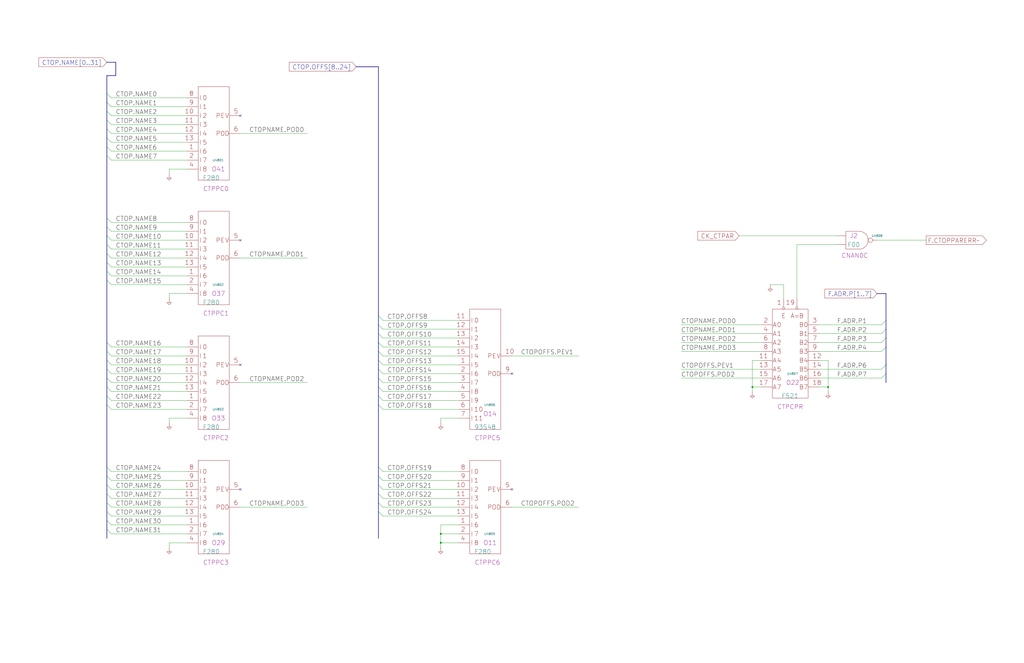
<source format=kicad_sch>
(kicad_sch (version 20211123) (generator eeschema)
  (paper "User" 584.2 378.46)
  (title_block (title "CONTROL TOP REGISTER PARITY") (date "20-MAR-90") (rev "1.0") (comment 1 "FIU") (comment 2 "232-003065") (comment 3 "S400") (comment 4 "RELEASED"))
  (lib_symbols
    (symbol "r1000:93S48" (pin_numbers hide) (pin_names (offset 1.016) hide)
      (property "Reference" "U" (at 2.54 5.08 0))
      (property "Value" "93S48" (at -6.35 -7.62 0))
      (property "Location" "___" (at -1.27 0 0))
      (property "Name" "______" (at 1.27 -15.24 0))
      (symbol "93S48_1_1"
        (rectangle (start -8.89 59.69) (end 8.89 -8.89))
        (text "0" (at -5.08 53.34 0) (effects (font (size 2.54 2.54))))
        (text "0" (at -2.54 2.54 0) (effects (font (size 2.54 2.54))))
        (text "0" (at 15.24 35.56 0) (effects (font (size 2.54 2.54))))
        (text "1" (at -15.24 35.56 0) (effects (font (size 2.54 2.54))))
        (text "1" (at -15.24 40.64 0) (effects (font (size 2.54 2.54))))
        (text "1" (at -15.24 45.72 0) (effects (font (size 2.54 2.54))))
        (text "1" (at -15.24 50.8 0) (effects (font (size 2.54 2.54))))
        (text "1" (at -15.24 55.88 0) (effects (font (size 2.54 2.54))))
        (text "1" (at -12.7 30.48 0) (effects (font (size 2.54 2.54))))
        (text "1" (at -12.7 55.88 0) (effects (font (size 2.54 2.54))))
        (text "1" (at -5.08 -2.54 0) (effects (font (size 2.54 2.54))))
        (text "1" (at -5.08 2.54 0) (effects (font (size 2.54 2.54))))
        (text "1" (at -5.08 48.26 0) (effects (font (size 2.54 2.54))))
        (text "1" (at -2.54 -2.54 0) (effects (font (size 2.54 2.54))))
        (text "1" (at 12.7 35.56 0) (effects (font (size 2.54 2.54))))
        (text "2" (at -12.7 25.4 0) (effects (font (size 2.54 2.54))))
        (text "2" (at -12.7 50.8 0) (effects (font (size 2.54 2.54))))
        (text "2" (at -5.08 43.18 0) (effects (font (size 2.54 2.54))))
        (text "3" (at -12.7 20.32 0) (effects (font (size 2.54 2.54))))
        (text "3" (at -12.7 45.72 0) (effects (font (size 2.54 2.54))))
        (text "3" (at -5.08 38.1 0) (effects (font (size 2.54 2.54))))
        (text "4" (at -12.7 15.24 0) (effects (font (size 2.54 2.54))))
        (text "4" (at -12.7 40.64 0) (effects (font (size 2.54 2.54))))
        (text "4" (at -5.08 33.02 0) (effects (font (size 2.54 2.54))))
        (text "5" (at -12.7 10.16 0) (effects (font (size 2.54 2.54))))
        (text "5" (at -12.7 35.56 0) (effects (font (size 2.54 2.54))))
        (text "5" (at -5.08 27.94 0) (effects (font (size 2.54 2.54))))
        (text "6" (at -12.7 5.08 0) (effects (font (size 2.54 2.54))))
        (text "6" (at -5.08 22.86 0) (effects (font (size 2.54 2.54))))
        (text "7" (at -12.7 0 0) (effects (font (size 2.54 2.54))))
        (text "7" (at -5.08 17.78 0) (effects (font (size 2.54 2.54))))
        (text "8" (at -5.08 12.7 0) (effects (font (size 2.54 2.54))))
        (text "9" (at -5.08 7.62 0) (effects (font (size 2.54 2.54))))
        (text "9" (at 12.7 25.4 0) (effects (font (size 2.54 2.54))))
        (text "D" (at 7.62 22.86 0) (effects (font (size 2.54 2.54))))
        (text "E" (at 5.08 33.02 0) (effects (font (size 2.54 2.54))))
        (text "I" (at -7.62 -2.54 0) (effects (font (size 2.54 2.54))))
        (text "I" (at -7.62 2.54 0) (effects (font (size 2.54 2.54))))
        (text "I" (at -7.62 7.62 0) (effects (font (size 2.54 2.54))))
        (text "I" (at -7.62 12.7 0) (effects (font (size 2.54 2.54))))
        (text "I" (at -7.62 17.78 0) (effects (font (size 2.54 2.54))))
        (text "I" (at -7.62 22.86 0) (effects (font (size 2.54 2.54))))
        (text "I" (at -7.62 27.94 0) (effects (font (size 2.54 2.54))))
        (text "I" (at -7.62 33.02 0) (effects (font (size 2.54 2.54))))
        (text "I" (at -7.62 38.1 0) (effects (font (size 2.54 2.54))))
        (text "I" (at -7.62 43.18 0) (effects (font (size 2.54 2.54))))
        (text "I" (at -7.62 48.26 0) (effects (font (size 2.54 2.54))))
        (text "I" (at -7.62 53.34 0) (effects (font (size 2.54 2.54))))
        (text "O" (at 5.08 22.86 0) (effects (font (size 2.54 2.54))))
        (text "P" (at 2.54 22.86 0) (effects (font (size 2.54 2.54))))
        (text "P" (at 2.54 33.02 0) (effects (font (size 2.54 2.54))))
        (text "V" (at 7.62 33.02 0) (effects (font (size 2.54 2.54))))
        (pin input line (at -15.24 27.94 0) (length 6.35) (name "I5") (number "1"))
        (pin output line (at 15.24 33.02 180) (length 6.35) (name "PEV") (number "10"))
        (pin input line (at -15.24 53.34 0) (length 6.35) (name "I0") (number "11"))
        (pin input line (at -15.24 48.26 0) (length 6.35) (name "I1") (number "12"))
        (pin input line (at -15.24 43.18 0) (length 6.35) (name "I2") (number "13"))
        (pin input line (at -15.24 38.1 0) (length 6.35) (name "I3") (number "14"))
        (pin input line (at -15.24 33.02 0) (length 6.35) (name "I4") (number "15"))
        (pin input line (at -15.24 22.86 0) (length 6.35) (name "I6") (number "2"))
        (pin input line (at -15.24 17.78 0) (length 6.35) (name "I7") (number "3"))
        (pin input line (at -15.24 12.7 0) (length 6.35) (name "I8") (number "4"))
        (pin input line (at -15.24 7.62 0) (length 6.35) (name "I9") (number "5"))
        (pin input line (at -15.24 2.54 0) (length 6.35) (name "I10") (number "6"))
        (pin input line (at -15.24 -2.54 0) (length 6.35) (name "I11") (number "7"))
        (pin output line (at 15.24 22.86 180) (length 6.35) (name "POD") (number "9"))
      )
    )
    (symbol "r1000:F00" (pin_numbers hide) (pin_names hide)
      (property "Reference" "U" (at 15.24 0 0))
      (property "Value" "F00" (at 1.905 -5.08 0))
      (property "Location" "___" (at 1.905 0 0))
      (property "Name" "______" (at 2.54 -12.7 0))
      (symbol "F00_0_1"
        (polyline (pts (xy -2.54 -7.62) (xy 5.08 -7.62)) (stroke (width 0.1524)))
        (polyline (pts (xy -2.54 2.54) (xy -2.54 -7.62)) (stroke (width 0.1524)))
        (polyline (pts (xy -2.54 2.54) (xy 5.08 2.54)) (stroke (width 0.1524)))
        (arc (start 5.08 -7.62) (mid 10.1282 -2.54) (end 5.08 2.54) (stroke (width 0.1524)))
        (circle (center 11.43 -2.54) (radius 1.27) (stroke (width 0.1524)))
      )
      (symbol "F00_0_2"
        (circle (center -3.81 -5.08) (radius 1.27) (stroke (width 0.1524)))
        (circle (center -3.81 0) (radius 1.27) (stroke (width 0.1524)))
        (arc (start -3.175 -7.62) (mid -2.134 -2.54) (end -3.175 2.54) (stroke (width 0.1524)))
        (polyline (pts (xy -3.175 -7.62) (xy 3.81 -7.62)) (stroke (width 0.1524)))
        (polyline (pts (xy -3.175 2.54) (xy 3.81 2.54)) (stroke (width 0.1524)))
        (arc (start 3.81 -7.62) (mid 7.5855 -5.8306) (end 10.16 -2.54) (stroke (width 0.1524)))
        (arc (start 10.16 -2.54) (mid 7.5827 0.7471) (end 3.81 2.54) (stroke (width 0.1524)))
      )
      (symbol "F00_1_1"
        (pin input line (at -7.62 0 0) (length 5.08) (name "D0") (number "1"))
        (pin input line (at -7.62 -5.08 0) (length 5.08) (name "D1") (number "2"))
        (pin output line (at 15.24 -2.54 180) (length 2.54) (name "Q") (number "3"))
      )
      (symbol "F00_1_2"
        (pin input line (at -7.62 0 0) (length 2.54) (name "D0") (number "1"))
        (pin input line (at -7.62 -5.08 0) (length 2.54) (name "D1") (number "2"))
        (pin output line (at 15.24 -2.54 180) (length 5.08) (name "Q") (number "3"))
      )
    )
    (symbol "r1000:F280" (pin_numbers hide) (pin_names (offset 1.016) hide)
      (property "Reference" "U" (at 2.54 5.08 0))
      (property "Value" "F280" (at -6.35 -5.08 0))
      (property "Location" "___" (at -1.27 0 0))
      (property "Name" "______" (at 1.27 -12.7 0))
      (symbol "F280_1_1"
        (rectangle (start -8.89 46.99) (end 8.89 -6.35))
        (text "0" (at -12.7 33.02 0) (effects (font (size 2.54 2.54))))
        (text "0" (at -5.08 40.64 0) (effects (font (size 2.54 2.54))))
        (text "1" (at -15.24 17.78 0) (effects (font (size 2.54 2.54))))
        (text "1" (at -15.24 22.86 0) (effects (font (size 2.54 2.54))))
        (text "1" (at -15.24 27.94 0) (effects (font (size 2.54 2.54))))
        (text "1" (at -15.24 33.02 0) (effects (font (size 2.54 2.54))))
        (text "1" (at -12.7 12.7 0) (effects (font (size 2.54 2.54))))
        (text "1" (at -12.7 27.94 0) (effects (font (size 2.54 2.54))))
        (text "1" (at -5.08 35.56 0) (effects (font (size 2.54 2.54))))
        (text "2" (at -12.7 7.62 0) (effects (font (size 2.54 2.54))))
        (text "2" (at -12.7 22.86 0) (effects (font (size 2.54 2.54))))
        (text "2" (at -5.08 30.48 0) (effects (font (size 2.54 2.54))))
        (text "3" (at -12.7 17.78 0) (effects (font (size 2.54 2.54))))
        (text "3" (at -5.08 25.4 0) (effects (font (size 2.54 2.54))))
        (text "4" (at -12.7 2.54 0) (effects (font (size 2.54 2.54))))
        (text "4" (at -5.08 20.32 0) (effects (font (size 2.54 2.54))))
        (text "5" (at -5.08 15.24 0) (effects (font (size 2.54 2.54))))
        (text "5" (at 12.7 33.02 0) (effects (font (size 2.54 2.54))))
        (text "6" (at -5.08 10.16 0) (effects (font (size 2.54 2.54))))
        (text "6" (at 12.7 22.86 0) (effects (font (size 2.54 2.54))))
        (text "7" (at -5.08 5.08 0) (effects (font (size 2.54 2.54))))
        (text "8" (at -12.7 43.18 0) (effects (font (size 2.54 2.54))))
        (text "8" (at -5.08 0 0) (effects (font (size 2.54 2.54))))
        (text "9" (at -12.7 38.1 0) (effects (font (size 2.54 2.54))))
        (text "D" (at 7.62 20.32 0) (effects (font (size 2.54 2.54))))
        (text "E" (at 5.08 30.48 0) (effects (font (size 2.54 2.54))))
        (text "I" (at -7.62 0 0) (effects (font (size 2.54 2.54))))
        (text "I" (at -7.62 5.08 0) (effects (font (size 2.54 2.54))))
        (text "I" (at -7.62 10.16 0) (effects (font (size 2.54 2.54))))
        (text "I" (at -7.62 15.24 0) (effects (font (size 2.54 2.54))))
        (text "I" (at -7.62 20.32 0) (effects (font (size 2.54 2.54))))
        (text "I" (at -7.62 25.4 0) (effects (font (size 2.54 2.54))))
        (text "I" (at -7.62 30.48 0) (effects (font (size 2.54 2.54))))
        (text "I" (at -7.62 35.56 0) (effects (font (size 2.54 2.54))))
        (text "I" (at -7.62 40.64 0) (effects (font (size 2.54 2.54))))
        (text "O" (at 5.08 20.32 0) (effects (font (size 2.54 2.54))))
        (text "P" (at 2.54 20.32 0) (effects (font (size 2.54 2.54))))
        (text "P" (at 2.54 30.48 0) (effects (font (size 2.54 2.54))))
        (text "V" (at 7.62 30.48 0) (effects (font (size 2.54 2.54))))
        (pin input line (at -15.24 10.16 0) (length 6.35) (name "I6") (number "1"))
        (pin input line (at -15.24 30.48 0) (length 6.35) (name "I2") (number "10"))
        (pin input line (at -15.24 25.4 0) (length 6.35) (name "I3") (number "11"))
        (pin input line (at -15.24 20.32 0) (length 6.35) (name "I4") (number "12"))
        (pin input line (at -15.24 15.24 0) (length 6.35) (name "I5") (number "13"))
        (pin input line (at -15.24 5.08 0) (length 6.35) (name "I7") (number "2"))
        (pin input line (at -15.24 0 0) (length 6.35) (name "I8") (number "4"))
        (pin output line (at 15.24 30.48 180) (length 6.35) (name "PEV") (number "5"))
        (pin output line (at 15.24 20.32 180) (length 6.35) (name "POD") (number "6"))
        (pin input line (at -15.24 40.64 0) (length 6.35) (name "I0") (number "8"))
        (pin input line (at -15.24 35.56 0) (length 6.35) (name "I1") (number "9"))
      )
    )
    (symbol "r1000:F521" (pin_numbers hide) (pin_names (offset 1.016) hide)
      (property "Reference" "U" (at 2.54 5.08 0))
      (property "Value" "F521" (at -3.81 -7.62 0))
      (property "Location" "___" (at -1.27 0 0))
      (property "Name" "______" (at 1.27 -15.24 0))
      (symbol "F521_1_1"
        (rectangle (start -8.89 41.91) (end 11.43 -8.89))
        (circle (center -2.54 42.545) (radius 0.635))
        (circle (center 5.08 42.545) (radius 0.635))
        (text "0" (at -5.08 33.02 0) (effects (font (size 2.54 2.54))))
        (text "0" (at 10.16 33.02 0) (effects (font (size 2.54 2.54))))
        (text "1" (at -15.24 0 0) (effects (font (size 2.54 2.54))))
        (text "1" (at -15.24 5.08 0) (effects (font (size 2.54 2.54))))
        (text "1" (at -15.24 10.16 0) (effects (font (size 2.54 2.54))))
        (text "1" (at -15.24 15.24 0) (effects (font (size 2.54 2.54))))
        (text "1" (at -12.7 15.24 0) (effects (font (size 2.54 2.54))))
        (text "1" (at -5.08 27.94 0) (effects (font (size 2.54 2.54))))
        (text "1" (at -5.08 45.72 0) (effects (font (size 2.54 2.54))))
        (text "1" (at 0 45.72 0) (effects (font (size 2.54 2.54))))
        (text "1" (at 10.16 27.94 0) (effects (font (size 2.54 2.54))))
        (text "1" (at 15.24 0 0) (effects (font (size 2.54 2.54))))
        (text "1" (at 15.24 5.08 0) (effects (font (size 2.54 2.54))))
        (text "1" (at 15.24 10.16 0) (effects (font (size 2.54 2.54))))
        (text "1" (at 15.24 15.24 0) (effects (font (size 2.54 2.54))))
        (text "2" (at -12.7 35.56 0) (effects (font (size 2.54 2.54))))
        (text "2" (at -5.08 22.86 0) (effects (font (size 2.54 2.54))))
        (text "2" (at 10.16 22.86 0) (effects (font (size 2.54 2.54))))
        (text "2" (at 17.78 15.24 0) (effects (font (size 2.54 2.54))))
        (text "3" (at -12.7 10.16 0) (effects (font (size 2.54 2.54))))
        (text "3" (at -5.08 17.78 0) (effects (font (size 2.54 2.54))))
        (text "3" (at 10.16 17.78 0) (effects (font (size 2.54 2.54))))
        (text "3" (at 15.24 35.56 0) (effects (font (size 2.54 2.54))))
        (text "4" (at -12.7 30.48 0) (effects (font (size 2.54 2.54))))
        (text "4" (at -5.08 12.7 0) (effects (font (size 2.54 2.54))))
        (text "4" (at 10.16 12.7 0) (effects (font (size 2.54 2.54))))
        (text "4" (at 17.78 10.16 0) (effects (font (size 2.54 2.54))))
        (text "5" (at -12.7 5.08 0) (effects (font (size 2.54 2.54))))
        (text "5" (at -5.08 7.62 0) (effects (font (size 2.54 2.54))))
        (text "5" (at 10.16 7.62 0) (effects (font (size 2.54 2.54))))
        (text "5" (at 15.24 30.48 0) (effects (font (size 2.54 2.54))))
        (text "6" (at -12.7 25.4 0) (effects (font (size 2.54 2.54))))
        (text "6" (at -5.08 2.54 0) (effects (font (size 2.54 2.54))))
        (text "6" (at 10.16 2.54 0) (effects (font (size 2.54 2.54))))
        (text "6" (at 17.78 5.08 0) (effects (font (size 2.54 2.54))))
        (text "7" (at -12.7 0 0) (effects (font (size 2.54 2.54))))
        (text "7" (at -5.08 -2.54 0) (effects (font (size 2.54 2.54))))
        (text "7" (at 10.16 -2.54 0) (effects (font (size 2.54 2.54))))
        (text "7" (at 15.24 25.4 0) (effects (font (size 2.54 2.54))))
        (text "8" (at -12.7 20.32 0) (effects (font (size 2.54 2.54))))
        (text "8" (at 17.78 0 0) (effects (font (size 2.54 2.54))))
        (text "9" (at 2.54 45.72 0) (effects (font (size 2.54 2.54))))
        (text "9" (at 15.24 20.32 0) (effects (font (size 2.54 2.54))))
        (text "=" (at 5.08 38.1 0) (effects (font (size 2.54 2.54))))
        (text "A" (at -7.62 -2.54 0) (effects (font (size 2.54 2.54))))
        (text "A" (at -7.62 2.54 0) (effects (font (size 2.54 2.54))))
        (text "A" (at -7.62 7.62 0) (effects (font (size 2.54 2.54))))
        (text "A" (at -7.62 12.7 0) (effects (font (size 2.54 2.54))))
        (text "A" (at -7.62 17.78 0) (effects (font (size 2.54 2.54))))
        (text "A" (at -7.62 22.86 0) (effects (font (size 2.54 2.54))))
        (text "A" (at -7.62 27.94 0) (effects (font (size 2.54 2.54))))
        (text "A" (at -7.62 33.02 0) (effects (font (size 2.54 2.54))))
        (text "A" (at 2.54 38.1 0) (effects (font (size 2.54 2.54))))
        (text "B" (at 7.62 -2.54 0) (effects (font (size 2.54 2.54))))
        (text "B" (at 7.62 2.54 0) (effects (font (size 2.54 2.54))))
        (text "B" (at 7.62 7.62 0) (effects (font (size 2.54 2.54))))
        (text "B" (at 7.62 12.7 0) (effects (font (size 2.54 2.54))))
        (text "B" (at 7.62 17.78 0) (effects (font (size 2.54 2.54))))
        (text "B" (at 7.62 22.86 0) (effects (font (size 2.54 2.54))))
        (text "B" (at 7.62 27.94 0) (effects (font (size 2.54 2.54))))
        (text "B" (at 7.62 33.02 0) (effects (font (size 2.54 2.54))))
        (text "B" (at 7.62 38.1 0) (effects (font (size 2.54 2.54))))
        (text "E" (at -2.54 38.1 0) (effects (font (size 2.54 2.54))))
        (pin input line (at -2.54 48.26 270) (length 5.08) (name "E_") (number "1"))
        (pin input line (at -15.24 12.7 0) (length 6.35) (name "A4") (number "11"))
        (pin input line (at 17.78 12.7 180) (length 6.35) (name "B4") (number "12"))
        (pin input line (at -15.24 7.62 0) (length 6.35) (name "A5") (number "13"))
        (pin input line (at 17.78 7.62 180) (length 6.35) (name "B5") (number "14"))
        (pin input line (at -15.24 2.54 0) (length 6.35) (name "A6") (number "15"))
        (pin input line (at 17.78 2.54 180) (length 6.35) (name "B6") (number "16"))
        (pin input line (at -15.24 -2.54 0) (length 6.35) (name "A7") (number "17"))
        (pin input line (at 17.78 -2.54 180) (length 6.35) (name "B7") (number "18"))
        (pin output line (at 5.08 48.26 270) (length 5.08) (name "A=B_") (number "19"))
        (pin input line (at -15.24 33.02 0) (length 6.35) (name "A0") (number "2"))
        (pin input line (at 17.78 33.02 180) (length 6.35) (name "B0") (number "3"))
        (pin input line (at -15.24 27.94 0) (length 6.35) (name "A1") (number "4"))
        (pin input line (at 17.78 27.94 180) (length 6.35) (name "B1") (number "5"))
        (pin input line (at -15.24 22.86 0) (length 6.35) (name "A2") (number "6"))
        (pin input line (at 17.78 22.86 180) (length 6.35) (name "B2") (number "7"))
        (pin input line (at -15.24 17.78 0) (length 6.35) (name "A3") (number "8"))
        (pin input line (at 17.78 17.78 180) (length 6.35) (name "B3") (number "9"))
      )
    )
    (symbol "r1000:PD" (power) (pin_numbers hide) (pin_names hide) (in_bom no)
      (symbol "PD_0_1"
        (polyline (pts (xy 0 -2.54) (xy 1.27 -2.54) (xy 0 -3.81) (xy -1.27 -2.54) (xy 0 -2.54)) (stroke (width 0.1524)))
      )
      (symbol "PD_1_1"
        (pin power_in line (at 0 0 270) (length 2.54) (name "PD") (number "1"))
      )
    )
  )
  (junction (at 472.44 220.98))
  (junction (at 251.46 304.8))
  (junction (at 429.26 220.98))
  (junction (at 251.46 309.88))
  (no_connect (at 292.1 279.4))
  (no_connect (at 137.16 208.28))
  (no_connect (at 137.16 137.16))
  (no_connect (at 292.1 213.36))
  (no_connect (at 137.16 66.04))
  (no_connect (at 137.16 279.4))
  (bus_entry (at 215.9 185.42) (size 2.54 2.54))
  (bus_entry (at 215.9 220.98) (size 2.54 2.54))
  (bus_entry (at 60.96 88.9) (size 2.54 2.54))
  (bus_entry (at 60.96 281.94) (size 2.54 2.54))
  (bus_entry (at 215.9 210.82) (size 2.54 2.54))
  (bus_entry (at 215.9 215.9) (size 2.54 2.54))
  (bus_entry (at 215.9 266.7) (size 2.54 2.54))
  (bus_entry (at 215.9 200.66) (size 2.54 2.54))
  (bus_entry (at 215.9 205.74) (size 2.54 2.54))
  (bus_entry (at 60.96 129.54) (size 2.54 2.54))
  (bus_entry (at 60.96 231.14) (size 2.54 2.54))
  (bus_entry (at 60.96 220.98) (size 2.54 2.54))
  (bus_entry (at 215.9 231.14) (size 2.54 2.54))
  (bus_entry (at 60.96 160.02) (size 2.54 2.54))
  (bus_entry (at 60.96 205.74) (size 2.54 2.54))
  (bus_entry (at 505.46 213.36) (size -2.54 2.54))
  (bus_entry (at 60.96 210.82) (size 2.54 2.54))
  (bus_entry (at 60.96 276.86) (size 2.54 2.54))
  (bus_entry (at 60.96 271.78) (size 2.54 2.54))
  (bus_entry (at 505.46 182.88) (size -2.54 2.54))
  (bus_entry (at 60.96 124.46) (size 2.54 2.54))
  (bus_entry (at 215.9 292.1) (size 2.54 2.54))
  (bus_entry (at 60.96 68.58) (size 2.54 2.54))
  (bus_entry (at 215.9 190.5) (size 2.54 2.54))
  (bus_entry (at 505.46 208.28) (size -2.54 2.54))
  (bus_entry (at 60.96 53.34) (size 2.54 2.54))
  (bus_entry (at 60.96 226.06) (size 2.54 2.54))
  (bus_entry (at 60.96 154.94) (size 2.54 2.54))
  (bus_entry (at 215.9 226.06) (size 2.54 2.54))
  (bus_entry (at 60.96 297.18) (size 2.54 2.54))
  (bus_entry (at 505.46 193.04) (size -2.54 2.54))
  (bus_entry (at 60.96 292.1) (size 2.54 2.54))
  (bus_entry (at 60.96 287.02) (size 2.54 2.54))
  (bus_entry (at 505.46 198.12) (size -2.54 2.54))
  (bus_entry (at 215.9 281.94) (size 2.54 2.54))
  (bus_entry (at 60.96 73.66) (size 2.54 2.54))
  (bus_entry (at 60.96 58.42) (size 2.54 2.54))
  (bus_entry (at 215.9 180.34) (size 2.54 2.54))
  (bus_entry (at 60.96 144.78) (size 2.54 2.54))
  (bus_entry (at 60.96 63.5) (size 2.54 2.54))
  (bus_entry (at 60.96 83.82) (size 2.54 2.54))
  (bus_entry (at 215.9 276.86) (size 2.54 2.54))
  (bus_entry (at 60.96 134.62) (size 2.54 2.54))
  (bus_entry (at 60.96 149.86) (size 2.54 2.54))
  (bus_entry (at 215.9 271.78) (size 2.54 2.54))
  (bus_entry (at 60.96 266.7) (size 2.54 2.54))
  (bus_entry (at 215.9 195.58) (size 2.54 2.54))
  (bus_entry (at 60.96 195.58) (size 2.54 2.54))
  (bus_entry (at 60.96 200.66) (size 2.54 2.54))
  (bus_entry (at 215.9 287.02) (size 2.54 2.54))
  (bus_entry (at 60.96 215.9) (size 2.54 2.54))
  (bus_entry (at 60.96 302.26) (size 2.54 2.54))
  (bus_entry (at 60.96 139.7) (size 2.54 2.54))
  (bus_entry (at 505.46 187.96) (size -2.54 2.54))
  (bus_entry (at 60.96 78.74) (size 2.54 2.54))
  (bus (pts (xy 215.9 215.9) (xy 215.9 220.98)))
  (wire (pts (xy 63.5 198.12) (xy 106.68 198.12)))
  (bus (pts (xy 60.96 83.82) (xy 60.96 88.9)))
  (bus (pts (xy 215.9 210.82) (xy 215.9 215.9)))
  (wire (pts (xy 63.5 284.48) (xy 106.68 284.48)))
  (bus (pts (xy 203.2 38.1) (xy 215.9 38.1)))
  (bus (pts (xy 215.9 38.1) (xy 215.9 180.34)))
  (bus (pts (xy 60.96 215.9) (xy 60.96 220.98)))
  (bus (pts (xy 60.96 63.5) (xy 60.96 68.58)))
  (wire (pts (xy 218.44 213.36) (xy 261.62 213.36)))
  (wire (pts (xy 388.62 210.82) (xy 434.34 210.82)))
  (bus (pts (xy 60.96 195.58) (xy 60.96 200.66)))
  (wire (pts (xy 63.5 279.4) (xy 106.68 279.4)))
  (wire (pts (xy 421.64 134.62) (xy 477.52 134.62)))
  (wire (pts (xy 137.16 147.32) (xy 175.26 147.32)))
  (wire (pts (xy 96.52 96.52) (xy 96.52 99.06)))
  (wire (pts (xy 106.68 96.52) (xy 96.52 96.52)))
  (wire (pts (xy 467.36 190.5) (xy 502.92 190.5)))
  (wire (pts (xy 63.5 289.56) (xy 106.68 289.56)))
  (bus (pts (xy 60.96 124.46) (xy 60.96 129.54)))
  (wire (pts (xy 261.62 309.88) (xy 251.46 309.88)))
  (wire (pts (xy 218.44 208.28) (xy 261.62 208.28)))
  (wire (pts (xy 63.5 157.48) (xy 106.68 157.48)))
  (wire (pts (xy 251.46 309.88) (xy 251.46 312.42)))
  (wire (pts (xy 218.44 223.52) (xy 261.62 223.52)))
  (wire (pts (xy 292.1 289.56) (xy 330.2 289.56)))
  (wire (pts (xy 63.5 55.88) (xy 106.68 55.88)))
  (wire (pts (xy 63.5 152.4) (xy 106.68 152.4)))
  (wire (pts (xy 96.52 238.76) (xy 96.52 241.3)))
  (bus (pts (xy 60.96 139.7) (xy 60.96 144.78)))
  (wire (pts (xy 96.52 309.88) (xy 96.52 312.42)))
  (wire (pts (xy 251.46 299.72) (xy 251.46 304.8)))
  (wire (pts (xy 261.62 299.72) (xy 251.46 299.72)))
  (bus (pts (xy 500.38 167.64) (xy 505.46 167.64)))
  (bus (pts (xy 505.46 167.64) (xy 505.46 182.88)))
  (wire (pts (xy 63.5 223.52) (xy 106.68 223.52)))
  (bus (pts (xy 215.9 205.74) (xy 215.9 210.82)))
  (bus (pts (xy 60.96 276.86) (xy 60.96 281.94)))
  (wire (pts (xy 106.68 309.88) (xy 96.52 309.88)))
  (wire (pts (xy 218.44 187.96) (xy 261.62 187.96)))
  (bus (pts (xy 215.9 185.42) (xy 215.9 190.5)))
  (wire (pts (xy 106.68 167.64) (xy 96.52 167.64)))
  (bus (pts (xy 60.96 281.94) (xy 60.96 287.02)))
  (bus (pts (xy 60.96 134.62) (xy 60.96 139.7)))
  (wire (pts (xy 251.46 304.8) (xy 251.46 309.88)))
  (wire (pts (xy 261.62 304.8) (xy 251.46 304.8)))
  (bus (pts (xy 60.96 297.18) (xy 60.96 302.26)))
  (bus (pts (xy 60.96 129.54) (xy 60.96 134.62)))
  (wire (pts (xy 218.44 182.88) (xy 261.62 182.88)))
  (wire (pts (xy 388.62 215.9) (xy 434.34 215.9)))
  (wire (pts (xy 388.62 185.42) (xy 434.34 185.42)))
  (bus (pts (xy 215.9 231.14) (xy 215.9 266.7)))
  (wire (pts (xy 63.5 304.8) (xy 106.68 304.8)))
  (wire (pts (xy 106.68 238.76) (xy 96.52 238.76)))
  (wire (pts (xy 467.36 215.9) (xy 502.92 215.9)))
  (bus (pts (xy 60.96 231.14) (xy 60.96 266.7)))
  (bus (pts (xy 215.9 190.5) (xy 215.9 195.58)))
  (wire (pts (xy 63.5 233.68) (xy 106.68 233.68)))
  (bus (pts (xy 215.9 220.98) (xy 215.9 226.06)))
  (wire (pts (xy 467.36 205.74) (xy 472.44 205.74)))
  (wire (pts (xy 472.44 205.74) (xy 472.44 220.98)))
  (wire (pts (xy 472.44 220.98) (xy 472.44 223.52)))
  (bus (pts (xy 505.46 187.96) (xy 505.46 193.04)))
  (wire (pts (xy 96.52 167.64) (xy 96.52 170.18)))
  (bus (pts (xy 215.9 226.06) (xy 215.9 231.14)))
  (wire (pts (xy 218.44 269.24) (xy 261.62 269.24)))
  (bus (pts (xy 215.9 287.02) (xy 215.9 292.1)))
  (wire (pts (xy 261.62 238.76) (xy 251.46 238.76)))
  (bus (pts (xy 60.96 73.66) (xy 60.96 78.74)))
  (wire (pts (xy 137.16 289.56) (xy 175.26 289.56)))
  (wire (pts (xy 63.5 71.12) (xy 106.68 71.12)))
  (bus (pts (xy 60.96 88.9) (xy 60.96 124.46)))
  (wire (pts (xy 218.44 193.04) (xy 261.62 193.04)))
  (bus (pts (xy 215.9 292.1) (xy 215.9 307.34)))
  (wire (pts (xy 63.5 203.2) (xy 106.68 203.2)))
  (bus (pts (xy 60.96 149.86) (xy 60.96 154.94)))
  (bus (pts (xy 60.96 144.78) (xy 60.96 149.86)))
  (wire (pts (xy 63.5 228.6) (xy 106.68 228.6)))
  (bus (pts (xy 60.96 220.98) (xy 60.96 226.06)))
  (wire (pts (xy 218.44 203.2) (xy 261.62 203.2)))
  (wire (pts (xy 63.5 66.04) (xy 106.68 66.04)))
  (wire (pts (xy 388.62 195.58) (xy 434.34 195.58)))
  (bus (pts (xy 215.9 200.66) (xy 215.9 205.74)))
  (wire (pts (xy 251.46 238.76) (xy 251.46 241.3)))
  (wire (pts (xy 218.44 294.64) (xy 261.62 294.64)))
  (bus (pts (xy 60.96 43.18) (xy 60.96 53.34)))
  (bus (pts (xy 505.46 208.28) (xy 505.46 213.36)))
  (wire (pts (xy 388.62 200.66) (xy 434.34 200.66)))
  (wire (pts (xy 467.36 220.98) (xy 472.44 220.98)))
  (wire (pts (xy 218.44 279.4) (xy 261.62 279.4)))
  (bus (pts (xy 60.96 271.78) (xy 60.96 276.86)))
  (wire (pts (xy 218.44 198.12) (xy 261.62 198.12)))
  (wire (pts (xy 467.36 210.82) (xy 502.92 210.82)))
  (bus (pts (xy 505.46 182.88) (xy 505.46 187.96)))
  (wire (pts (xy 63.5 86.36) (xy 106.68 86.36)))
  (wire (pts (xy 429.26 205.74) (xy 429.26 220.98)))
  (wire (pts (xy 429.26 220.98) (xy 429.26 223.52)))
  (wire (pts (xy 434.34 205.74) (xy 429.26 205.74)))
  (wire (pts (xy 292.1 203.2) (xy 330.2 203.2)))
  (bus (pts (xy 60.96 226.06) (xy 60.96 231.14)))
  (wire (pts (xy 137.16 76.2) (xy 175.26 76.2)))
  (wire (pts (xy 63.5 269.24) (xy 106.68 269.24)))
  (wire (pts (xy 467.36 200.66) (xy 502.92 200.66)))
  (wire (pts (xy 467.36 185.42) (xy 502.92 185.42)))
  (bus (pts (xy 505.46 198.12) (xy 505.46 208.28)))
  (wire (pts (xy 454.66 139.7) (xy 477.52 139.7)))
  (wire (pts (xy 454.66 170.18) (xy 454.66 139.7)))
  (wire (pts (xy 63.5 91.44) (xy 106.68 91.44)))
  (bus (pts (xy 60.96 53.34) (xy 60.96 58.42)))
  (bus (pts (xy 215.9 281.94) (xy 215.9 287.02)))
  (wire (pts (xy 63.5 299.72) (xy 106.68 299.72)))
  (wire (pts (xy 218.44 233.68) (xy 261.62 233.68)))
  (wire (pts (xy 63.5 132.08) (xy 106.68 132.08)))
  (wire (pts (xy 63.5 208.28) (xy 106.68 208.28)))
  (wire (pts (xy 218.44 228.6) (xy 261.62 228.6)))
  (wire (pts (xy 63.5 147.32) (xy 106.68 147.32)))
  (bus (pts (xy 215.9 276.86) (xy 215.9 281.94)))
  (bus (pts (xy 215.9 180.34) (xy 215.9 185.42)))
  (wire (pts (xy 63.5 162.56) (xy 106.68 162.56)))
  (bus (pts (xy 60.96 266.7) (xy 60.96 271.78)))
  (wire (pts (xy 63.5 274.32) (xy 106.68 274.32)))
  (bus (pts (xy 60.96 160.02) (xy 60.96 195.58)))
  (wire (pts (xy 429.26 220.98) (xy 434.34 220.98)))
  (wire (pts (xy 63.5 60.96) (xy 106.68 60.96)))
  (wire (pts (xy 467.36 195.58) (xy 502.92 195.58)))
  (wire (pts (xy 63.5 218.44) (xy 106.68 218.44)))
  (bus (pts (xy 60.96 154.94) (xy 60.96 160.02)))
  (bus (pts (xy 60.96 78.74) (xy 60.96 83.82)))
  (bus (pts (xy 505.46 213.36) (xy 505.46 218.44)))
  (bus (pts (xy 60.96 302.26) (xy 60.96 307.34)))
  (bus (pts (xy 60.96 58.42) (xy 60.96 63.5)))
  (bus (pts (xy 215.9 266.7) (xy 215.9 271.78)))
  (wire (pts (xy 388.62 190.5) (xy 434.34 190.5)))
  (bus (pts (xy 60.96 68.58) (xy 60.96 73.66)))
  (wire (pts (xy 63.5 137.16) (xy 106.68 137.16)))
  (bus (pts (xy 60.96 287.02) (xy 60.96 292.1)))
  (wire (pts (xy 500.38 137.16) (xy 528.32 137.16)))
  (wire (pts (xy 63.5 127) (xy 106.68 127)))
  (bus (pts (xy 215.9 271.78) (xy 215.9 276.86)))
  (bus (pts (xy 60.96 200.66) (xy 60.96 205.74)))
  (bus (pts (xy 60.96 292.1) (xy 60.96 297.18)))
  (bus (pts (xy 60.96 210.82) (xy 60.96 215.9)))
  (wire (pts (xy 63.5 142.24) (xy 106.68 142.24)))
  (wire (pts (xy 218.44 218.44) (xy 261.62 218.44)))
  (wire (pts (xy 439.42 162.56) (xy 447.04 162.56)))
  (wire (pts (xy 447.04 170.18) (xy 447.04 162.56)))
  (bus (pts (xy 215.9 195.58) (xy 215.9 200.66)))
  (bus (pts (xy 505.46 193.04) (xy 505.46 198.12)))
  (bus (pts (xy 60.96 35.56) (xy 66.04 35.56)))
  (bus (pts (xy 66.04 35.56) (xy 66.04 43.18)))
  (bus (pts (xy 66.04 43.18) (xy 60.96 43.18)))
  (wire (pts (xy 63.5 213.36) (xy 106.68 213.36)))
  (wire (pts (xy 137.16 218.44) (xy 175.26 218.44)))
  (wire (pts (xy 218.44 289.56) (xy 261.62 289.56)))
  (bus (pts (xy 60.96 205.74) (xy 60.96 210.82)))
  (wire (pts (xy 63.5 294.64) (xy 106.68 294.64)))
  (wire (pts (xy 63.5 76.2) (xy 106.68 76.2)))
  (wire (pts (xy 218.44 284.48) (xy 261.62 284.48)))
  (wire (pts (xy 63.5 81.28) (xy 106.68 81.28)))
  (wire (pts (xy 218.44 274.32) (xy 261.62 274.32)))
  (label "CTOPNAME.POD3" (at 142.24 289.56 0) (effects (font (size 2.54 2.54))))
  (label "CTOP.NAME27" (at 66.04 284.48 0) (effects (font (size 2.54 2.54))))
  (label "CTOPNAME.POD0" (at 142.24 76.2 0) (effects (font (size 2.54 2.54))))
  (label "CTOP.NAME25" (at 66.04 274.32 0) (effects (font (size 2.54 2.54))))
  (label "CTOP.NAME4" (at 66.04 76.2 0) (effects (font (size 2.54 2.54))))
  (label "CTOP.NAME29" (at 66.04 294.64 0) (effects (font (size 2.54 2.54))))
  (label "CTOP.OFFS18" (at 220.98 233.68 0) (effects (font (size 2.54 2.54))))
  (label "F.ADR.P7" (at 477.52 215.9 0) (effects (font (size 2.54 2.54))))
  (label "CTOPNAME.POD0" (at 388.62 185.42 0) (effects (font (size 2.54 2.54))))
  (label "CTOP.NAME21" (at 66.04 223.52 0) (effects (font (size 2.54 2.54))))
  (label "CTOP.OFFS23" (at 220.98 289.56 0) (effects (font (size 2.54 2.54))))
  (label "F.ADR.P3" (at 477.52 195.58 0) (effects (font (size 2.54 2.54))))
  (label "CTOP.OFFS14" (at 220.98 213.36 0) (effects (font (size 2.54 2.54))))
  (label "CTOP.OFFS24" (at 220.98 294.64 0) (effects (font (size 2.54 2.54))))
  (label "CTOP.NAME17" (at 66.04 203.2 0) (effects (font (size 2.54 2.54))))
  (label "CTOP.NAME0" (at 66.04 55.88 0) (effects (font (size 2.54 2.54))))
  (label "CTOP.NAME28" (at 66.04 289.56 0) (effects (font (size 2.54 2.54))))
  (label "CTOP.NAME5" (at 66.04 81.28 0) (effects (font (size 2.54 2.54))))
  (label "CTOP.OFFS8" (at 220.98 182.88 0) (effects (font (size 2.54 2.54))))
  (label "CTOP.NAME26" (at 66.04 279.4 0) (effects (font (size 2.54 2.54))))
  (label "CTOP.NAME11" (at 66.04 142.24 0) (effects (font (size 2.54 2.54))))
  (label "CTOP.OFFS9" (at 220.98 187.96 0) (effects (font (size 2.54 2.54))))
  (label "CTOP.NAME19" (at 66.04 213.36 0) (effects (font (size 2.54 2.54))))
  (label "CTOP.NAME13" (at 66.04 152.4 0) (effects (font (size 2.54 2.54))))
  (label "CTOP.OFFS17" (at 220.98 228.6 0) (effects (font (size 2.54 2.54))))
  (label "CTOP.NAME16" (at 66.04 198.12 0) (effects (font (size 2.54 2.54))))
  (label "CTOP.NAME15" (at 66.04 162.56 0) (effects (font (size 2.54 2.54))))
  (label "CTOP.OFFS12" (at 220.98 203.2 0) (effects (font (size 2.54 2.54))))
  (label "CTOP.NAME9" (at 66.04 132.08 0) (effects (font (size 2.54 2.54))))
  (label "CTOPOFFS.PEV1" (at 388.62 210.82 0) (effects (font (size 2.54 2.54))))
  (label "CTOP.OFFS21" (at 220.98 279.4 0) (effects (font (size 2.54 2.54))))
  (label "CTOP.NAME22" (at 66.04 228.6 0) (effects (font (size 2.54 2.54))))
  (label "CTOP.OFFS13" (at 220.98 208.28 0) (effects (font (size 2.54 2.54))))
  (label "CTOP.NAME7" (at 66.04 91.44 0) (effects (font (size 2.54 2.54))))
  (label "CTOP.OFFS10" (at 220.98 193.04 0) (effects (font (size 2.54 2.54))))
  (label "CTOP.NAME23" (at 66.04 233.68 0) (effects (font (size 2.54 2.54))))
  (label "CTOPNAME.POD3" (at 388.62 200.66 0) (effects (font (size 2.54 2.54))))
  (label "CTOPOFFS.PEV1" (at 297.18 203.2 0) (effects (font (size 2.54 2.54))))
  (label "CTOP.NAME12" (at 66.04 147.32 0) (effects (font (size 2.54 2.54))))
  (label "CTOP.OFFS22" (at 220.98 284.48 0) (effects (font (size 2.54 2.54))))
  (label "CTOP.NAME6" (at 66.04 86.36 0) (effects (font (size 2.54 2.54))))
  (label "CTOP.NAME24" (at 66.04 269.24 0) (effects (font (size 2.54 2.54))))
  (label "CTOPNAME.POD2" (at 388.62 195.58 0) (effects (font (size 2.54 2.54))))
  (label "CTOPOFFS.POD2" (at 297.18 289.56 0) (effects (font (size 2.54 2.54))))
  (label "CTOP.NAME3" (at 66.04 71.12 0) (effects (font (size 2.54 2.54))))
  (label "F.ADR.P4" (at 477.52 200.66 0) (effects (font (size 2.54 2.54))))
  (label "CTOP.NAME2" (at 66.04 66.04 0) (effects (font (size 2.54 2.54))))
  (label "CTOPNAME.POD2" (at 142.24 218.44 0) (effects (font (size 2.54 2.54))))
  (label "F.ADR.P1" (at 477.52 185.42 0) (effects (font (size 2.54 2.54))))
  (label "CTOPNAME.POD1" (at 388.62 190.5 0) (effects (font (size 2.54 2.54))))
  (label "CTOP.NAME10" (at 66.04 137.16 0) (effects (font (size 2.54 2.54))))
  (label "CTOP.OFFS15" (at 220.98 218.44 0) (effects (font (size 2.54 2.54))))
  (label "F.ADR.P6" (at 477.52 210.82 0) (effects (font (size 2.54 2.54))))
  (label "CTOP.NAME30" (at 66.04 299.72 0) (effects (font (size 2.54 2.54))))
  (label "CTOP.NAME31" (at 66.04 304.8 0) (effects (font (size 2.54 2.54))))
  (label "CTOP.NAME14" (at 66.04 157.48 0) (effects (font (size 2.54 2.54))))
  (label "CTOP.OFFS19" (at 220.98 269.24 0) (effects (font (size 2.54 2.54))))
  (label "CTOP.NAME1" (at 66.04 60.96 0) (effects (font (size 2.54 2.54))))
  (label "CTOP.OFFS11" (at 220.98 198.12 0) (effects (font (size 2.54 2.54))))
  (label "F.ADR.P2" (at 477.52 190.5 0) (effects (font (size 2.54 2.54))))
  (label "CTOP.OFFS20" (at 220.98 274.32 0) (effects (font (size 2.54 2.54))))
  (label "CTOPNAME.POD1" (at 142.24 147.32 0) (effects (font (size 2.54 2.54))))
  (label "CTOP.NAME8" (at 66.04 127 0) (effects (font (size 2.54 2.54))))
  (label "CTOP.NAME18" (at 66.04 208.28 0) (effects (font (size 2.54 2.54))))
  (label "CTOP.OFFS16" (at 220.98 223.52 0) (effects (font (size 2.54 2.54))))
  (label "CTOPOFFS.POD2" (at 388.62 215.9 0) (effects (font (size 2.54 2.54))))
  (label "CTOP.NAME20" (at 66.04 218.44 0) (effects (font (size 2.54 2.54))))
  (global_label "F.CTOPPARERR~" (shape output) (at 528.32 137.16 0) (effects (font (size 2.54 2.54))) (property "Intersheet References" "${INTERSHEET_REFS}" (at 562.6584 137.0013 0) (effects (font (size 2.54 2.54)) (justify left))))
  (global_label "CK_CTPAR" (shape input) (at 421.64 134.62 180) (effects (font (size 2.54 2.54))) (property "Intersheet References" "${INTERSHEET_REFS}" (at 398.0664 134.4613 0) (effects (font (size 2.54 2.54)) (justify right))))
  (global_label "F.ADR.P[1..7]" (shape input) (at 500.38 167.64 180) (effects (font (size 2.54 2.54))) (property "Intersheet References" "${INTERSHEET_REFS}" (at 470.5169 167.4813 0) (effects (font (size 2.54 2.54)) (justify right))))
  (global_label "CTOP.NAME[0..31]" (shape input) (at 60.96 35.56 180) (effects (font (size 2.54 2.54))) (property "Intersheet References" "${INTERSHEET_REFS}" (at 22.1464 35.4013 0) (effects (font (size 2.54 2.54)) (justify right))))
  (global_label "CTOP.OFFS[8..24]" (shape input) (at 203.2 38.1 180) (effects (font (size 2.54 2.54))) (property "Intersheet References" "${INTERSHEET_REFS}" (at 164.9911 37.9413 0) (effects (font (size 2.54 2.54)) (justify right))))
  (symbol (lib_id "r1000:PD") (at 96.52 99.06 0) (unit 1) (in_bom no)
    (property "Reference" "#PWR04801" (effects hide))
    (property "Value" "PD" (effects hide))
  )
  (symbol (lib_id "r1000:F280") (at 121.92 96.52 0) (unit 1)
    (property "Reference" "U4801" (at 124.46 91.44 0))
    (property "Value" "F280" (at 115.57 101.6 0) (effects (font (size 2.54 2.54)) (justify left)))
    (property "Location" "O41" (at 120.65 96.52 0) (effects (font (size 2.54 2.54)) (justify left)))
    (property "Name" "CTPPC0" (at 123.19 109.22 0) (effects (font (size 2.54 2.54)) (justify bottom)))
  )
  (symbol (lib_id "r1000:PD") (at 96.52 170.18 0) (unit 1) (in_bom no)
    (property "Reference" "#PWR04802" (effects hide))
    (property "Value" "PD" (effects hide))
  )
  (symbol (lib_id "r1000:PD") (at 429.26 223.52 0) (unit 1) (in_bom no)
    (property "Reference" "#PWR0151" (effects hide))
    (property "Value" "PD" (effects hide))
  )
  (symbol (lib_id "r1000:PD") (at 96.52 312.42 0) (unit 1) (in_bom no)
    (property "Reference" "#PWR04804" (effects hide))
    (property "Value" "PD" (effects hide))
  )
  (symbol (lib_id "r1000:PD") (at 439.42 162.56 0) (unit 1) (in_bom no)
    (property "Reference" "#PWR0150" (effects hide))
    (property "Value" "PD" (effects hide))
  )
  (symbol (lib_id "r1000:93S48") (at 276.86 236.22 0) (unit 1)
    (property "Reference" "U4806" (at 279.4 231.14 0))
    (property "Value" "93S48" (at 270.51 243.84 0) (effects (font (size 2.54 2.54)) (justify left)))
    (property "Location" "O14" (at 275.59 236.22 0) (effects (font (size 2.54 2.54)) (justify left)))
    (property "Name" "CTPPC5" (at 278.13 251.46 0) (effects (font (size 2.54 2.54)) (justify bottom)))
  )
  (symbol (lib_id "r1000:PD") (at 251.46 241.3 0) (unit 1) (in_bom no)
    (property "Reference" "#PWR04806" (effects hide))
    (property "Value" "PD" (effects hide))
  )
  (symbol (lib_id "r1000:F00") (at 485.14 134.62 0) (unit 1)
    (property "Reference" "U4808" (at 500.38 134.62 0))
    (property "Value" "F00" (at 487.045 139.7 0) (effects (font (size 2.54 2.54))))
    (property "Location" "J2" (at 487.045 134.62 0) (effects (font (size 2.54 2.54))))
    (property "Name" "CNAN0C" (at 487.68 147.32 0) (effects (font (size 2.54 2.54)) (justify bottom)))
  )
  (symbol (lib_id "r1000:F280") (at 121.92 238.76 0) (unit 1)
    (property "Reference" "U4803" (at 124.46 233.68 0))
    (property "Value" "F280" (at 115.57 243.84 0) (effects (font (size 2.54 2.54)) (justify left)))
    (property "Location" "O33" (at 120.65 238.76 0) (effects (font (size 2.54 2.54)) (justify left)))
    (property "Name" "CTPPC2" (at 123.19 251.46 0) (effects (font (size 2.54 2.54)) (justify bottom)))
  )
  (symbol (lib_id "r1000:F521") (at 449.58 218.44 0) (unit 1)
    (property "Reference" "U4807" (at 452.12 213.36 0))
    (property "Value" "F521" (at 445.77 226.06 0) (effects (font (size 2.54 2.54)) (justify left)))
    (property "Location" "O22" (at 448.31 218.44 0) (effects (font (size 2.54 2.54)) (justify left)))
    (property "Name" "CTPCPR" (at 450.85 233.68 0) (effects (font (size 2.54 2.54)) (justify bottom)))
  )
  (symbol (lib_id "r1000:PD") (at 251.46 312.42 0) (unit 1) (in_bom no)
    (property "Reference" "#PWR04805" (effects hide))
    (property "Value" "PD" (effects hide))
  )
  (symbol (lib_id "r1000:PD") (at 96.52 241.3 0) (unit 1) (in_bom no)
    (property "Reference" "#PWR04803" (effects hide))
    (property "Value" "PD" (effects hide))
  )
  (symbol (lib_id "r1000:F280") (at 276.86 309.88 0) (unit 1)
    (property "Reference" "U4805" (at 279.4 304.8 0))
    (property "Value" "F280" (at 270.51 314.96 0) (effects (font (size 2.54 2.54)) (justify left)))
    (property "Location" "O11" (at 275.59 309.88 0) (effects (font (size 2.54 2.54)) (justify left)))
    (property "Name" "CTPPC6" (at 278.13 322.58 0) (effects (font (size 2.54 2.54)) (justify bottom)))
  )
  (symbol (lib_id "r1000:F280") (at 121.92 309.88 0) (unit 1)
    (property "Reference" "U4804" (at 124.46 304.8 0))
    (property "Value" "F280" (at 115.57 314.96 0) (effects (font (size 2.54 2.54)) (justify left)))
    (property "Location" "O29" (at 120.65 309.88 0) (effects (font (size 2.54 2.54)) (justify left)))
    (property "Name" "CTPPC3" (at 123.19 322.58 0) (effects (font (size 2.54 2.54)) (justify bottom)))
  )
  (symbol (lib_id "r1000:PD") (at 472.44 223.52 0) (unit 1) (in_bom no)
    (property "Reference" "#PWR0152" (effects hide))
    (property "Value" "PD" (effects hide))
  )
  (symbol (lib_id "r1000:F280") (at 121.92 167.64 0) (unit 1)
    (property "Reference" "U4802" (at 124.46 162.56 0))
    (property "Value" "F280" (at 115.57 172.72 0) (effects (font (size 2.54 2.54)) (justify left)))
    (property "Location" "O37" (at 120.65 167.64 0) (effects (font (size 2.54 2.54)) (justify left)))
    (property "Name" "CTPPC1" (at 123.19 180.34 0) (effects (font (size 2.54 2.54)) (justify bottom)))
  )
)
</source>
